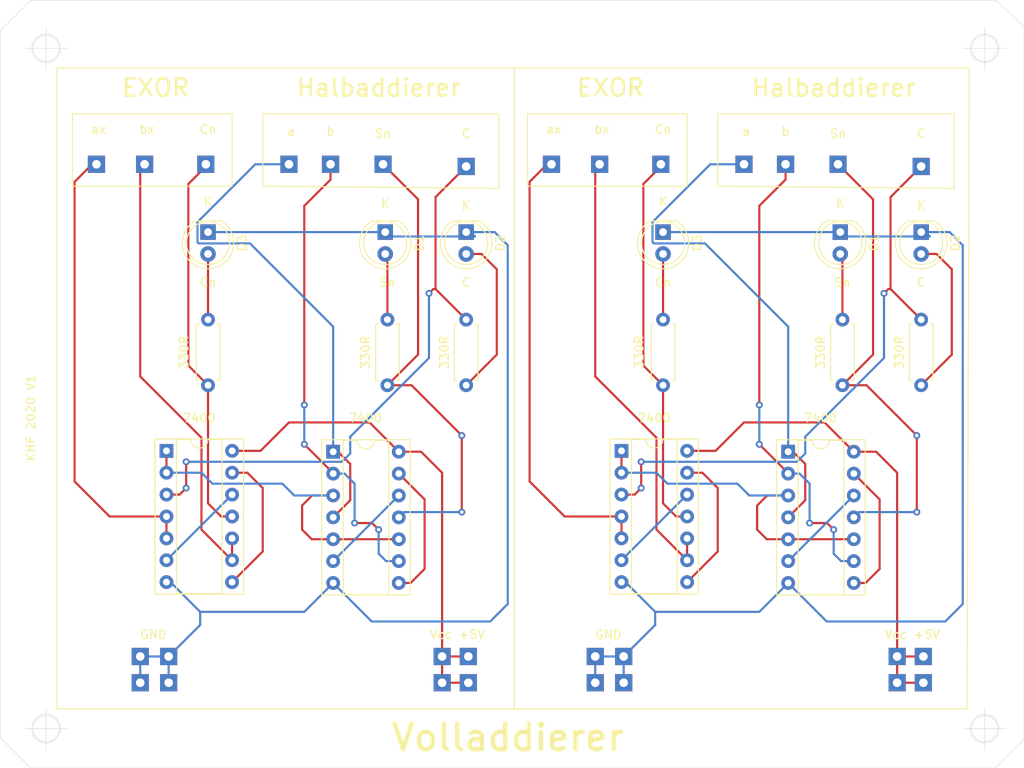
<source format=kicad_pcb>
(kicad_pcb (version 20221018) (generator pcbnew)
  (layers (0 "F.Cu" signal) (31 "B.Cu" signal) (34 "B.Paste" user) (35 "F.Paste" user) (36 "B.SilkS" user "B.Silkscreen") (37 "F.SilkS" user "F.Silkscreen") (38 "B.Mask" user) (39 "F.Mask" user) (44 "Edge.Cuts" user))
  (net 0 "")
  (net 1 "Net-(U1-Pad1)")
  (net 2 "Net-(U2-Pad1)")
  (net 3 "Net-(U3-Pad1)")
  (net 4 "Net-(U5-Pad13)")
  (net 5 "Net-(U5-Pad10)")
  (net 6 "Net-(U5-Pad12)")
  (net 7 "Net-(U6-Pad13)")
  (net 8 "Net-(U6-Pad12)")
  (net 9 "Net-(U6-Pad4)")
  (net 10 "Net-(U10-Pad1)")
  (net 11 "Net-(D1-Pad1)")
  (net 12 "Net-(D1-Pad2)")
  (net 13 "Net-(D2-Pad2)")
  (net 14 "Net-(D3-Pad2)")
  (net 15 "Net-(R1-Pad1)")
  (net 16 "Net-(R2-Pad1)")
  (net 17 "Net-(R3-Pad1)")
  (footprint "KHF_LIB:LP" (layer "F.Cu") (at 111.76 34.798)
    (fp_text reference "b" (at 0 -3.81) (layer "F.SilkS"))
    (fp_text value "LP_E")
    (pad "1" thru_hole rect (at 0 0) (size 2 2) (drill 1) (layers "*.Cu" "*.Mask"))
  )
  (footprint "KHF_LIB:LP" (layer "F.Cu") (at 127.762 91.948)
    (fp_text reference "Vcc +5V")
    (fp_text value "LP_A")
    (pad "1" thru_hole rect (at 0 0) (size 2 2) (drill 1) (layers "*.Cu" "*.Mask"))
  )
  (footprint "KHF_LIB:LP" (layer "F.Cu") (at 106.934 34.798)
    (fp_text reference "a" (at 0.254 -3.81) (layer "F.SilkS"))
    (fp_text value "LP_E")
    (pad "1" thru_hole rect (at 0 0) (size 2 2) (drill 1) (layers "*.Cu" "*.Mask"))
  )
  (footprint "KHF_LIB:LP" (layer "F.Cu") (at 127.762 94.996)
    (fp_text reference "Vcc +5V")
    (fp_text value "LP_A")
    (pad "1" thru_hole rect (at 0 0) (size 2 2) (drill 1) (layers "*.Cu" "*.Mask"))
  )
  (footprint "KHF_LIB:LP" (layer "F.Cu") (at 124.714 94.996)
    (fp_text reference "Vcc +5V")
    (fp_text value "LP_A")
    (pad "1" thru_hole rect (at 0 0) (size 2 2) (drill 1) (layers "*.Cu" "*.Mask"))
  )
  (footprint "KHF_LIB:LP" (layer "F.Cu") (at 89.662 91.948)
    (fp_text reference "GND")
    (fp_text value "LP_E")
    (pad "1" thru_hole rect (at 0 0) (size 2 2) (drill 1) (layers "*.Cu" "*.Mask"))
  )
  (footprint "KHF_LIB:LP" (layer "F.Cu") (at 89.662 94.996)
    (fp_text reference "GND")
    (fp_text value "LP_E")
    (pad "1" thru_hole rect (at 0 0) (size 2 2) (drill 1) (layers "*.Cu" "*.Mask"))
  )
  (footprint "KHF_LIB:LP" (layer "F.Cu") (at 92.964 91.948)
    (fp_text reference "GND" (at -1.778 -2.54) (layer "F.SilkS"))
    (fp_text value "LP_E")
    (pad "1" thru_hole rect (at 0 0) (size 2 2) (drill 1) (layers "*.Cu" "*.Mask"))
  )
  (footprint "KHF_LIB:LP" (layer "F.Cu") (at 92.964 94.996)
    (fp_text reference "GND")
    (fp_text value "LP_E")
    (pad "1" thru_hole rect (at 0 0) (size 2 2) (drill 1) (layers "*.Cu" "*.Mask"))
  )
  (footprint "KHF_LIB:LP" (layer "F.Cu") (at 84.582 34.798)
    (fp_text reference "ax" (at 0.254 -4.064) (layer "F.SilkS"))
    (fp_text value "LP_E")
    (pad "1" thru_hole rect (at 0 0) (size 2 2) (drill 1) (layers "*.Cu" "*.Mask"))
  )
  (footprint "LED_THT:LED_D5.0mm" (layer "F.Cu") (at 118.11 42.672 -90)
    (fp_text reference "D1" (at 1.27 -3.96 90) (layer "F.SilkS"))
    (fp_text value "LED")
    (pad "1" thru_hole rect (at 0 0 270) (size 1.8 1.8) (drill 0.9) (layers "*.Cu" "*.Mask"))
    (pad "2" thru_hole circle (at 2.54 0 270) (size 1.8 1.8) (drill 0.9) (layers "*.Cu" "*.Mask"))
  )
  (footprint "Resistor_THT:R_Axial_DIN0207_L6.3mm_D2.5mm_P7.62mm_Horizontal" (layer "F.Cu") (at 127.508 52.832 -90)
    (fp_text reference "330R" (at 3.81 2.54 90) (layer "F.SilkS"))
    (fp_text value "R")
    (pad "1" thru_hole circle (at 0 0 270) (size 1.6 1.6) (drill 0.8) (layers "*.Cu" "*.Mask"))
    (pad "2" thru_hole oval (at 7.62 0 270) (size 1.6 1.6) (drill 0.8) (layers "*.Cu" "*.Mask"))
  )
  (footprint "KHF_LIB:LP" (layer "F.Cu") (at 124.714 91.948)
    (fp_text reference "Vcc +5V" (at 1.778 -2.54) (layer "F.SilkS"))
    (fp_text value "LP_A")
    (pad "1" thru_hole rect (at 0 0) (size 2 2) (drill 1) (layers "*.Cu" "*.Mask"))
  )
  (footprint "Package_DIP:DIP-14_W7.62mm_Socket" (layer "F.Cu") (at 92.71 68.072)
    (fp_text reference "7400" (at 3.81 -3.81) (layer "F.SilkS"))
    (fp_text value "74LS00")
    (pad "1" thru_hole rect (at 0 0) (size 1.6 1.6) (drill 0.8) (layers "*.Cu" "*.Mask"))
    (pad "2" thru_hole oval (at 0 2.54) (size 1.6 1.6) (drill 0.8) (layers "*.Cu" "*.Mask"))
    (pad "3" thru_hole oval (at 0 5.08) (size 1.6 1.6) (drill 0.8) (layers "*.Cu" "*.Mask"))
    (pad "4" thru_hole oval (at 0 7.62) (size 1.6 1.6) (drill 0.8) (layers "*.Cu" "*.Mask"))
    (pad "5" thru_hole oval (at 0 10.16) (size 1.6 1.6) (drill 0.8) (layers "*.Cu" "*.Mask"))
    (pad "6" thru_hole oval (at 0 12.7) (size 1.6 1.6) (drill 0.8) (layers "*.Cu" "*.Mask"))
    (pad "7" thru_hole oval (at 0 15.24) (size 1.6 1.6) (drill 0.8) (layers "*.Cu" "*.Mask"))
    (pad "8" thru_hole oval (at 7.62 15.24) (size 1.6 1.6) (drill 0.8) (layers "*.Cu" "*.Mask"))
    (pad "9" thru_hole oval (at 7.62 12.7) (size 1.6 1.6) (drill 0.8) (layers "*.Cu" "*.Mask"))
    (pad "10" thru_hole oval (at 7.62 10.16) (size 1.6 1.6) (drill 0.8) (layers "*.Cu" "*.Mask"))
    (pad "11" thru_hole oval (at 7.62 7.62) (size 1.6 1.6) (drill 0.8) (layers "*.Cu" "*.Mask"))
    (pad "12" thru_hole oval (at 7.62 5.08) (size 1.6 1.6) (drill 0.8) (layers "*.Cu" "*.Mask"))
    (pad "13" thru_hole oval (at 7.62 2.54) (size 1.6 1.6) (drill 0.8) (layers "*.Cu" "*.Mask"))
    (pad "14" thru_hole oval (at 7.62 0) (size 1.6 1.6) (drill 0.8) (layers "*.Cu" "*.Mask"))
  )
  (footprint "Resistor_THT:R_Axial_DIN0207_L6.3mm_D2.5mm_P7.62mm_Horizontal" (layer "F.Cu") (at 97.536 60.452 90)
    (fp_text reference "330R" (at 3.81 -2.794 90) (layer "F.SilkS"))
    (fp_text value "R")
    (pad "1" thru_hole circle (at 0 0 90) (size 1.6 1.6) (drill 0.8) (layers "*.Cu" "*.Mask"))
    (pad "2" thru_hole oval (at 7.62 0 90) (size 1.6 1.6) (drill 0.8) (layers "*.Cu" "*.Mask"))
  )
  (footprint "Resistor_THT:R_Axial_DIN0207_L6.3mm_D2.5mm_P7.62mm_Horizontal" (layer "F.Cu") (at 118.364 60.452 90)
    (fp_text reference "330R" (at 3.81 -2.54 90) (layer "F.SilkS"))
    (fp_text value "R")
    (pad "1" thru_hole circle (at 0 0 90) (size 1.6 1.6) (drill 0.8) (layers "*.Cu" "*.Mask"))
    (pad "2" thru_hole oval (at 7.62 0 90) (size 1.6 1.6) (drill 0.8) (layers "*.Cu" "*.Mask"))
  )
  (footprint "Package_DIP:DIP-14_W7.62mm_Socket" (layer "F.Cu") (at 112.065001 68.173001)
    (fp_text reference "7400" (at 3.758999 -3.911001) (layer "F.SilkS"))
    (fp_text value "74LS00")
    (pad "1" thru_hole rect (at 0 0) (size 1.6 1.6) (drill 0.8) (layers "*.Cu" "*.Mask"))
    (pad "2" thru_hole oval (at 0 2.54) (size 1.6 1.6) (drill 0.8) (layers "*.Cu" "*.Mask"))
    (pad "3" thru_hole oval (at 0 5.08) (size 1.6 1.6) (drill 0.8) (layers "*.Cu" "*.Mask"))
    (pad "4" thru_hole oval (at 0 7.62) (size 1.6 1.6) (drill 0.8) (layers "*.Cu" "*.Mask"))
    (pad "5" thru_hole oval (at 0 10.16) (size 1.6 1.6) (drill 0.8) (layers "*.Cu" "*.Mask"))
    (pad "6" thru_hole oval (at 0 12.7) (size 1.6 1.6) (drill 0.8) (layers "*.Cu" "*.Mask"))
    (pad "7" thru_hole oval (at 0 15.24) (size 1.6 1.6) (drill 0.8) (layers "*.Cu" "*.Mask"))
    (pad "8" thru_hole oval (at 7.62 15.24) (size 1.6 1.6) (drill 0.8) (layers "*.Cu" "*.Mask"))
    (pad "9" thru_hole oval (at 7.62 12.7) (size 1.6 1.6) (drill 0.8) (layers "*.Cu" "*.Mask"))
    (pad "10" thru_hole oval (at 7.62 10.16) (size 1.6 1.6) (drill 0.8) (layers "*.Cu" "*.Mask"))
    (pad "11" thru_hole oval (at 7.62 7.62) (size 1.6 1.6) (drill 0.8) (layers "*.Cu" "*.Mask"))
    (pad "12" thru_hole oval (at 7.62 5.08) (size 1.6 1.6) (drill 0.8) (layers "*.Cu" "*.Mask"))
    (pad "13" thru_hole oval (at 7.62 2.54) (size 1.6 1.6) (drill 0.8) (layers "*.Cu" "*.Mask"))
    (pad "14" thru_hole oval (at 7.62 0) (size 1.6 1.6) (drill 0.8) (layers "*.Cu" "*.Mask"))
  )
  (footprint "LED_THT:LED_D5.0mm" (layer "F.Cu") (at 127.508 42.672 -90)
    (fp_text reference "D2" (at 1.27 -3.96 90) (layer "F.SilkS"))
    (fp_text value "LED")
    (pad "1" thru_hole rect (at 0 0 270) (size 1.8 1.8) (drill 0.9) (layers "*.Cu" "*.Mask"))
    (pad "2" thru_hole circle (at 2.54 0 270) (size 1.8 1.8) (drill 0.9) (layers "*.Cu" "*.Mask"))
  )
  (footprint "KHF_LIB:LP" (layer "F.Cu") (at 97.282 34.798)
    (fp_text reference "Cn" (at 0.254 -4.064) (layer "F.SilkS"))
    (fp_text value "LP_A")
    (pad "1" thru_hole rect (at 0 0) (size 2 2) (drill 1) (layers "*.Cu" "*.Mask"))
  )
  (footprint "KHF_LIB:LP" (layer "F.Cu") (at 90.17 34.798)
    (fp_text reference "bx" (at 0.254 -4.064) (layer "F.SilkS"))
    (fp_text value "LP_E")
    (pad "1" thru_hole rect (at 0 0) (size 2 2) (drill 1) (layers "*.Cu" "*.Mask"))
  )
  (footprint "KHF_LIB:LP" (layer "F.Cu") (at 127.508 35.052)
    (fp_text reference "C" (at 0 -3.81) (layer "F.SilkS"))
    (fp_text value "LP_E")
    (pad "1" thru_hole rect (at 0 0) (size 2 2) (drill 1) (layers "*.Cu" "*.Mask"))
  )
  (footprint "KHF_LIB:LP" (layer "F.Cu") (at 117.856 34.798)
    (fp_text reference "Sn" (at 0 -3.556) (layer "F.SilkS"))
    (fp_text value "LP_E")
    (pad "1" thru_hole rect (at 0 0) (size 2 2) (drill 1) (layers "*.Cu" "*.Mask"))
  )
  (footprint "LED_THT:LED_D5.0mm" (layer "F.Cu") (at 97.536 42.672 -90)
    (fp_text reference "D3" (at 1.27 -3.96 90) (layer "F.SilkS"))
    (fp_text value "LED")
    (pad "1" thru_hole rect (at 0 0 270) (size 1.8 1.8) (drill 0.9) (layers "*.Cu" "*.Mask"))
    (pad "2" thru_hole circle (at 2.54 0 270) (size 1.8 1.8) (drill 0.9) (layers "*.Cu" "*.Mask"))
  )
  (footprint "KHF_LIB:LP" (layer "F.Cu") (at 54.102 34.798)
    (fp_text reference "a" (at 0.254 -3.81) (layer "F.SilkS"))
    (fp_text value "LP_E")
    (pad "1" thru_hole rect (at 0 0) (size 2 2) (drill 1) (layers "*.Cu" "*.Mask") (net 1 "Net-(U1-Pad1)"))
  )
  (footprint "KHF_LIB:LP" (layer "F.Cu") (at 58.928 34.798)
    (fp_text reference "b" (at 0 -3.81) (layer "F.SilkS"))
    (fp_text value "LP_E")
    (pad "1" thru_hole rect (at 0 0) (size 2 2) (drill 1) (layers "*.Cu" "*.Mask") (net 2 "Net-(U2-Pad1)"))
  )
  (footprint "KHF_LIB:LP" (layer "F.Cu") (at 71.882 91.948)
    (fp_text reference "Vcc +5V" (at 1.778 -2.54) (layer "F.SilkS"))
    (fp_text value "LP_A")
    (pad "1" thru_hole rect (at 0 0) (size 2 2) (drill 1) (layers "*.Cu" "*.Mask") (net 3 "Net-(U3-Pad1)"))
  )
  (footprint "KHF_LIB:LP" (layer "F.Cu") (at 40.132 91.948)
    (fp_text reference "GND" (at -1.778 -2.54) (layer "F.SilkS"))
    (fp_text value "LP_E")
    (pad "1" thru_hole rect (at 0 0) (size 2 2) (drill 1) (layers "*.Cu" "*.Mask") (net 11 "Net-(D1-Pad1)"))
  )
  (footprint "Package_DIP:DIP-14_W7.62mm_Socket" (layer "F.Cu") (at 59.233001 68.173001)
    (fp_text reference "7400" (at 3.758999 -3.911001) (layer "F.SilkS"))
    (fp_text value "74LS00")
    (pad "1" thru_hole rect (at 0 0) (size 1.6 1.6) (drill 0.8) (layers "*.Cu" "*.Mask") (net 1 "Net-(U1-Pad1)"))
    (pad "2" thru_hole oval (at 0 2.54) (size 1.6 1.6) (drill 0.8) (layers "*.Cu" "*.Mask") (net 2 "Net-(U2-Pad1)"))
    (pad "3" thru_hole oval (at 0 5.08) (size 1.6 1.6) (drill 0.8) (layers "*.Cu" "*.Mask") (net 5 "Net-(U5-Pad10)"))
    (pad "4" thru_hole oval (at 0 7.62) (size 1.6 1.6) (drill 0.8) (layers "*.Cu" "*.Mask") (net 1 "Net-(U1-Pad1)"))
    (pad "5" thru_hole oval (at 0 10.16) (size 1.6 1.6) (drill 0.8) (layers "*.Cu" "*.Mask") (net 5 "Net-(U5-Pad10)"))
    (pad "6" thru_hole oval (at 0 12.7) (size 1.6 1.6) (drill 0.8) (layers "*.Cu" "*.Mask") (net 6 "Net-(U5-Pad12)"))
    (pad "7" thru_hole oval (at 0 15.24) (size 1.6 1.6) (drill 0.8) (layers "*.Cu" "*.Mask") (net 11 "Net-(D1-Pad1)"))
    (pad "8" thru_hole oval (at 7.62 15.24) (size 1.6 1.6) (drill 0.8) (layers "*.Cu" "*.Mask") (net 4 "Net-(U5-Pad13)"))
    (pad "9" thru_hole oval (at 7.62 12.7) (size 1.6 1.6) (drill 0.8) (layers "*.Cu" "*.Mask") (net 2 "Net-(U2-Pad1)"))
    (pad "10" thru_hole oval (at 7.62 10.16) (size 1.6 1.6) (drill 0.8) (layers "*.Cu" "*.Mask") (net 5 "Net-(U5-Pad10)"))
    (pad "11" thru_hole oval (at 7.62 7.62) (size 1.6 1.6) (drill 0.8) (layers "*.Cu" "*.Mask") (net 15 "Net-(R1-Pad1)"))
    (pad "12" thru_hole oval (at 7.62 5.08) (size 1.6 1.6) (drill 0.8) (layers "*.Cu" "*.Mask") (net 6 "Net-(U5-Pad12)"))
    (pad "13" thru_hole oval (at 7.62 2.54) (size 1.6 1.6) (drill 0.8) (layers "*.Cu" "*.Mask") (net 4 "Net-(U5-Pad13)"))
    (pad "14" thru_hole oval (at 7.62 0) (size 1.6 1.6) (drill 0.8) (layers "*.Cu" "*.Mask") (net 3 "Net-(U3-Pad1)"))
  )
  (footprint "Package_DIP:DIP-14_W7.62mm_Socket" (layer "F.Cu") (at 39.878 68.072)
    (fp_text reference "7400" (at 3.81 -3.81) (layer "F.SilkS"))
    (fp_text value "74LS00")
    (pad "1" thru_hole rect (at 0 0) (size 1.6 1.6) (drill 0.8) (layers "*.Cu" "*.Mask") (net 5 "Net-(U5-Pad10)"))
    (pad "2" thru_hole oval (at 0 2.54) (size 1.6 1.6) (drill 0.8) (layers "*.Cu" "*.Mask") (net 5 "Net-(U5-Pad10)"))
    (pad "3" thru_hole oval (at 0 5.08) (size 1.6 1.6) (drill 0.8) (layers "*.Cu" "*.Mask") (net 16 "Net-(R2-Pad1)"))
    (pad "4" thru_hole oval (at 0 7.62) (size 1.6 1.6) (drill 0.8) (layers "*.Cu" "*.Mask") (net 9 "Net-(U6-Pad4)"))
    (pad "5" thru_hole oval (at 0 10.16) (size 1.6 1.6) (drill 0.8) (layers "*.Cu" "*.Mask") (net 9 "Net-(U6-Pad4)"))
    (pad "6" thru_hole oval (at 0 12.7) (size 1.6 1.6) (drill 0.8) (layers "*.Cu" "*.Mask") (net 8 "Net-(U6-Pad12)"))
    (pad "7" thru_hole oval (at 0 15.24) (size 1.6 1.6) (drill 0.8) (layers "*.Cu" "*.Mask") (net 11 "Net-(D1-Pad1)"))
    (pad "8" thru_hole oval (at 7.62 15.24) (size 1.6 1.6) (drill 0.8) (layers "*.Cu" "*.Mask") (net 7 "Net-(U6-Pad13)"))
    (pad "9" thru_hole oval (at 7.62 12.7) (size 1.6 1.6) (drill 0.8) (layers "*.Cu" "*.Mask") (net 10 "Net-(U10-Pad1)"))
    (pad "10" thru_hole oval (at 7.62 10.16) (size 1.6 1.6) (drill 0.8) (layers "*.Cu" "*.Mask") (net 10 "Net-(U10-Pad1)"))
    (pad "11" thru_hole oval (at 7.62 7.62) (size 1.6 1.6) (drill 0.8) (layers "*.Cu" "*.Mask") (net 17 "Net-(R3-Pad1)"))
    (pad "12" thru_hole oval (at 7.62 5.08) (size 1.6 1.6) (drill 0.8) (layers "*.Cu" "*.Mask") (net 8 "Net-(U6-Pad12)"))
    (pad "13" thru_hole oval (at 7.62 2.54) (size 1.6 1.6) (drill 0.8) (layers "*.Cu" "*.Mask") (net 7 "Net-(U6-Pad13)"))
    (pad "14" thru_hole oval (at 7.62 0) (size 1.6 1.6) (drill 0.8) (layers "*.Cu" "*.Mask") (net 3 "Net-(U3-Pad1)"))
  )
  (footprint "KHF_LIB:LP" (layer "F.Cu") (at 65.024 34.798)
    (fp_text reference "Sn" (at 0 -3.556) (layer "F.SilkS"))
    (fp_text value "LP_E")
    (pad "1" thru_hole rect (at 0 0) (size 2 2) (drill 1) (layers "*.Cu" "*.Mask") (net 15 "Net-(R1-Pad1)"))
  )
  (footprint "KHF_LIB:LP" (layer "F.Cu") (at 74.676 35.052)
    (fp_text reference "C" (at 0 -3.81) (layer "F.SilkS"))
    (fp_text value "LP_E")
    (pad "1" thru_hole rect (at 0 0) (size 2 2) (drill 1) (layers "*.Cu" "*.Mask") (net 16 "Net-(R2-Pad1)"))
  )
  (footprint "KHF_LIB:LP" (layer "F.Cu") (at 31.75 34.798)
    (fp_text reference "ax" (at 0.254 -4.064) (layer "F.SilkS"))
    (fp_text value "LP_E")
    (pad "1" thru_hole rect (at 0 0) (size 2 2) (drill 1) (layers "*.Cu" "*.Mask") (net 9 "Net-(U6-Pad4)"))
  )
  (footprint "KHF_LIB:LP" (layer "F.Cu") (at 37.338 34.798)
    (fp_text reference "bx" (at 0.254 -4.064) (layer "F.SilkS"))
    (fp_text value "LP_E")
    (pad "1" thru_hole rect (at 0 0) (size 2 2) (drill 1) (layers "*.Cu" "*.Mask") (net 10 "Net-(U10-Pad1)"))
  )
  (footprint "KHF_LIB:LP" (layer "F.Cu") (at 44.45 34.798)
    (fp_text reference "Cn" (at 0.254 -4.064) (layer "F.SilkS"))
    (fp_text value "LP_A")
    (pad "1" thru_hole rect (at 0 0) (size 2 2) (drill 1) (layers "*.Cu" "*.Mask") (net 17 "Net-(R3-Pad1)"))
  )
  (footprint "KHF_LIB:LP" (layer "F.Cu") (at 74.93 91.948)
    (fp_text reference "Vcc +5V")
    (fp_text value "LP_A")
    (pad "1" thru_hole rect (at 0 0) (size 2 2) (drill 1) (layers "*.Cu" "*.Mask") (net 3 "Net-(U3-Pad1)"))
  )
  (footprint "KHF_LIB:LP" (layer "F.Cu") (at 36.83 91.948)
    (fp_text reference "GND")
    (fp_text value "LP_E")
    (pad "1" thru_hole rect (at 0 0) (size 2 2) (drill 1) (layers "*.Cu" "*.Mask") (net 11 "Net-(D1-Pad1)"))
  )
  (footprint "LED_THT:LED_D5.0mm" (layer "F.Cu") (at 65.278 42.672 -90)
    (fp_text reference "D1" (at 1.27 -3.96 90) (layer "F.SilkS"))
    (fp_text value "LED")
    (pad "1" thru_hole rect (at 0 0 270) (size 1.8 1.8) (drill 0.9) (layers "*.Cu" "*.Mask") (net 11 "Net-(D1-Pad1)"))
    (pad "2" thru_hole circle (at 2.54 0 270) (size 1.8 1.8) (drill 0.9) (layers "*.Cu" "*.Mask") (net 12 "Net-(D1-Pad2)"))
  )
  (footprint "LED_THT:LED_D5.0mm" (layer "F.Cu") (at 74.676 42.672 -90)
    (fp_text reference "D2" (at 1.27 -3.96 90) (layer "F.SilkS"))
    (fp_text value "LED")
    (pad "1" thru_hole rect (at 0 0 270) (size 1.8 1.8) (drill 0.9) (layers "*.Cu" "*.Mask") (net 11 "Net-(D1-Pad1)"))
    (pad "2" thru_hole circle (at 2.54 0 270) (size 1.8 1.8) (drill 0.9) (layers "*.Cu" "*.Mask") (net 13 "Net-(D2-Pad2)"))
  )
  (footprint "LED_THT:LED_D5.0mm" (layer "F.Cu") (at 44.704 42.672 -90)
    (fp_text reference "D3" (at 1.27 -3.96 90) (layer "F.SilkS"))
    (fp_text value "LED")
    (pad "1" thru_hole rect (at 0 0 270) (size 1.8 1.8) (drill 0.9) (layers "*.Cu" "*.Mask") (net 11 "Net-(D1-Pad1)"))
    (pad "2" thru_hole circle (at 2.54 0 270) (size 1.8 1.8) (drill 0.9) (layers "*.Cu" "*.Mask") (net 14 "Net-(D3-Pad2)"))
  )
  (footprint "Resistor_THT:R_Axial_DIN0207_L6.3mm_D2.5mm_P7.62mm_Horizontal" (layer "F.Cu") (at 65.532 60.452 90)
    (fp_text reference "330R" (at 3.81 -2.54 90) (layer "F.SilkS"))
    (fp_text value "R")
    (pad "1" thru_hole circle (at 0 0 90) (size 1.6 1.6) (drill 0.8) (layers "*.Cu" "*.Mask") (net 15 "Net-(R1-Pad1)"))
    (pad "2" thru_hole oval (at 7.62 0 90) (size 1.6 1.6) (drill 0.8) (layers "*.Cu" "*.Mask") (net 12 "Net-(D1-Pad2)"))
  )
  (footprint "Resistor_THT:R_Axial_DIN0207_L6.3mm_D2.5mm_P7.62mm_Horizontal" (layer "F.Cu") (at 74.676 52.832 -90)
    (fp_text reference "330R" (at 3.81 2.54 90) (layer "F.SilkS"))
    (fp_text value "R")
    (pad "1" thru_hole circle (at 0 0 270) (size 1.6 1.6) (drill 0.8) (layers "*.Cu" "*.Mask") (net 16 "Net-(R2-Pad1)"))
    (pad "2" thru_hole oval (at 7.62 0 270) (size 1.6 1.6) (drill 0.8) (layers "*.Cu" "*.Mask") (net 13 "Net-(D2-Pad2)"))
  )
  (footprint "Resistor_THT:R_Axial_DIN0207_L6.3mm_D2.5mm_P7.62mm_Horizontal" (layer "F.Cu") (at 44.704 60.452 90)
    (fp_text reference "330R" (at 3.81 -2.794 90) (layer "F.SilkS"))
    (fp_text value "R")
    (pad "1" thru_hole circle (at 0 0 90) (size 1.6 1.6) (drill 0.8) (layers "*.Cu" "*.Mask") (net 17 "Net-(R3-Pad1)"))
    (pad "2" thru_hole oval (at 7.62 0 90) (size 1.6 1.6) (drill 0.8) (layers "*.Cu" "*.Mask") (net 14 "Net-(D3-Pad2)"))
  )
  (footprint "KHF_LIB:LP" (layer "F.Cu") (at 36.83 94.996)
    (fp_text reference "GND")
    (fp_text value "LP_E")
    (pad "1" thru_hole rect (at 0 0) (size 2 2) (drill 1) (layers "*.Cu" "*.Mask") (net 11 "Net-(D1-Pad1)"))
  )
  (footprint "KHF_LIB:LP" (layer "F.Cu") (at 74.93 94.996)
    (fp_text reference "Vcc +5V")
    (fp_text value "LP_A")
    (pad "1" thru_hole rect (at 0 0) (size 2 2) (drill 1) (layers "*.Cu" "*.Mask") (net 3 "Net-(U3-Pad1)"))
  )
  (footprint "KHF_LIB:LP" (layer "F.Cu") (at 71.882 94.996)
    (fp_text reference "Vcc +5V")
    (fp_text value "LP_A")
    (pad "1" thru_hole rect (at 0 0) (size 2 2) (drill 1) (layers "*.Cu" "*.Mask") (net 3 "Net-(U3-Pad1)"))
  )
  (footprint "KHF_LIB:LP" (layer "F.Cu") (at 40.132 94.996)
    (fp_text reference "GND")
    (fp_text value "LP_E")
    (pad "1" thru_hole rect (at 0 0) (size 2 2) (drill 1) (layers "*.Cu" "*.Mask") (net 11 "Net-(D1-Pad1)"))
  )
  (gr_line (start 81.788 28.956) (end 100.33 28.956) (stroke (width 0.12)) (layer "F.SilkS"))
  (gr_line (start 103.886 28.956) (end 131.318 28.956) (stroke (width 0.12)) (layer "F.SilkS"))
  (gr_line (start 103.886 37.338) (end 131.318 37.592) (stroke (width 0.12)) (layer "F.SilkS"))
  (gr_line (start 100.33 37.338) (end 81.788 37.338) (stroke (width 0.12)) (layer "F.SilkS"))
  (gr_line (start 131.318 28.956) (end 131.318 37.592) (stroke (width 0.12)) (layer "F.SilkS"))
  (gr_line (start 81.788 37.338) (end 81.788 28.956) (stroke (width 0.12)) (layer "F.SilkS"))
  (gr_line (start 103.886 28.956) (end 103.886 37.338) (stroke (width 0.12)) (layer "F.SilkS"))
  (gr_line (start 100.33 28.956) (end 100.33 37.338) (stroke (width 0.12)) (layer "F.SilkS"))
  (gr_line (start 28.956 37.338) (end 28.956 28.956) (stroke (width 0.12)) (layer "F.SilkS"))
  (gr_line (start 27.178 98.044) (end 27.178 23.622) (stroke (width 0.12)) (layer "F.SilkS"))
  (gr_line (start 80.264 98.044) (end 27.178 98.044) (stroke (width 0.12)) (layer "F.SilkS"))
  (gr_line (start 51.054 37.338) (end 78.486 37.592) (stroke (width 0.12)) (layer "F.SilkS"))
  (gr_line (start 47.498 28.956) (end 47.498 37.338) (stroke (width 0.12)) (layer "F.SilkS"))
  (gr_line (start 47.498 37.338) (end 28.956 37.338) (stroke (width 0.12)) (layer "F.SilkS"))
  (gr_line (start 78.486 28.956) (end 78.486 37.592) (stroke (width 0.12)) (layer "F.SilkS"))
  (gr_line (start 28.956 28.956) (end 47.498 28.956) (stroke (width 0.12)) (layer "F.SilkS"))
  (gr_line (start 133.096 23.622) (end 132.842 98.044) (stroke (width 0.12)) (layer "F.SilkS"))
  (gr_line (start 51.054 28.956) (end 78.486 28.956) (stroke (width 0.12)) (layer "F.SilkS"))
  (gr_line (start 27.178 23.622) (end 80.772 23.622) (stroke (width 0.12)) (layer "F.SilkS"))
  (gr_line (start 132.842 98.044) (end 80.264 98.044) (stroke (width 0.12)) (layer "F.SilkS"))
  (gr_line (start 80.264 23.622) (end 80.264 98.044) (stroke (width 0.12)) (layer "F.SilkS"))
  (gr_line (start 51.054 28.956) (end 51.054 37.338) (stroke (width 0.12)) (layer "F.SilkS"))
  (gr_line (start 80.772 23.622) (end 133.096 23.622) (stroke (width 0.12)) (layer "F.SilkS"))
  (gr_line (start 20.574 101.346) (end 20.574 19.304) (stroke (width 0.05)) (layer "Edge.Cuts"))
  (gr_line (start 24.13 15.748) (end 20.574 19.304) (stroke (width 0.05)) (layer "Edge.Cuts"))
  (gr_line (start 136.144 15.748) (end 139.446 18.796) (stroke (width 0.05)) (layer "Edge.Cuts"))
  (gr_line (start 139.446 101.6) (end 136.144 104.902) (stroke (width 0.05)) (layer "Edge.Cuts"))
  (gr_circle (center 134.874 21.335838) (end 134.851723 22.859838) (stroke (width 0.05)) (fill none) (layer "Edge.Cuts"))
  (gr_circle (center 134.874162 100.33) (end 134.851885 101.854) (stroke (width 0.05)) (fill none) (layer "Edge.Cuts"))
  (gr_circle (center 25.908 100.33) (end 25.885723 101.854) (stroke (width 0.05)) (fill none) (layer "Edge.Cuts"))
  (gr_line (start 139.446 18.796) (end 139.446 101.6) (stroke (width 0.05)) (layer "Edge.Cuts"))
  (gr_line (start 136.144 104.902) (end 24.13 104.902) (stroke (width 0.05)) (layer "Edge.Cuts"))
  (gr_line (start 24.13 15.748) (end 136.144 15.748) (stroke (width 0.05)) (layer "Edge.Cuts"))
  (gr_line (start 20.574 101.346) (end 24.13 104.902) (stroke (width 0.05)) (layer "Edge.Cuts"))
  (gr_circle (center 25.908 21.336) (end 25.885723 22.86) (stroke (width 0.05)) (fill none) (layer "Edge.Cuts"))
  (gr_text "C" (at 127.508 48.514) (layer "F.SilkS") (effects (font (size 1 1))))
  (gr_text "K" (at 118.11 39.37) (layer "F.SilkS") (effects (font (size 1 1))))
  (gr_text "Sn" (at 118.364 48.514) (layer "F.SilkS") (effects (font (size 1 1))))
  (gr_text "Halbaddierer" (at 117.348 25.908) (layer "F.SilkS") (effects (font (size 2 2) (thickness 0.3))))
  (gr_text "KHF 2020 V1" (at 24.13 64.262 90) (layer "F.SilkS") (effects (font (size 1 1))))
  (gr_text "Cn" (at 97.536 48.514) (layer "F.SilkS") (effects (font (size 1 1))))
  (gr_text "K" (at 97.536 39.116) (layer "F.SilkS") (effects (font (size 1 1))))
  (gr_text "EXOR" (at 91.44 25.908) (layer "F.SilkS") (effects (font (size 2 2) (thickness 0.3))))
  (gr_text "K" (at 127.508 39.624) (layer "F.SilkS") (effects (font (size 1 1))))
  (gr_text "Cn" (at 44.704 48.514) (layer "F.SilkS") (effects (font (size 1 1))))
  (gr_text "K" (at 74.676 39.624) (layer "F.SilkS") (effects (font (size 1 1))))
  (gr_text "Halbaddierer" (at 64.516 25.908) (layer "F.SilkS") (effects (font (size 2 2) (thickness 0.3))))
  (gr_text "EXOR" (at 38.608 25.908) (layer "F.SilkS") (effects (font (size 2 2) (thickness 0.3))))
  (gr_text "Volladdierer" (at 79.502 101.346) (layer "F.SilkS") (effects (font (size 3 3) (thickness 0.5))))
  (gr_text "K" (at 65.278 39.37) (layer "F.SilkS") (effects (font (size 1 1))))
  (gr_text "K" (at 44.704 39.116) (layer "F.SilkS") (effects (font (size 1 1))))
  (gr_text "Sn" (at 65.532 48.514) (layer "F.SilkS") (effects (font (size 1 1))))
  (gr_text "C" (at 74.676 48.514) (layer "F.SilkS") (effects (font (size 1 1))))
  (target plus (at 134.874 21.336) (size 5) (width 0.05) (layer "Edge.Cuts"))
  (target plus (at 25.908 21.336) (size 5) (width 0.05) (layer "Edge.Cuts"))
  (target plus (at 134.874 100.33) (size 5) (width 0.05) (layer "Edge.Cuts"))
  (target plus (at 25.908 100.33) (size 5) (width 0.05) (layer "Edge.Cuts"))
  (segment (start 86.106 75.692) (end 92.71 75.692) (width 0.25) (layer "F.Cu") (net 0))
  (segment (start 112.065001 78.333001) (end 109.575001 78.333001) (width 0.25) (layer "F.Cu") (net 0))
  (segment (start 111.76 34.798) (end 111.76 36.576) (width 0.25) (layer "F.Cu") (net 0))
  (segment (start 84.582 34.798) (end 84.074 34.798) (width 0.25) (layer "F.Cu") (net 0))
  (segment (start 103.886 72.39) (end 103.886 79.756) (width 0.25) (layer "F.Cu") (net 0))
  (segment (start 124.714 70.612) (end 124.714 91.948) (width 0.25) (layer "F.Cu") (net 0))
  (segment (start 92.71 78.232) (end 92.71 75.692) (width 0.25) (layer "F.Cu") (net 0))
  (segment (start 92.71 68.072) (end 92.71 70.612) (width 0.25) (layer "F.Cu") (net 0))
  (segment (start 108.458 74.422) (end 108.458 77.216) (width 0.25) (layer "F.Cu") (net 0))
  (segment (start 109.626999 73.253001) (end 108.458 74.422) (width 0.25) (layer "F.Cu") (net 0))
  (segment (start 102.108 70.612) (end 103.886 72.39) (width 0.25) (layer "F.Cu") (net 0))
  (segment (start 122.682 81.788) (end 122.682 73.71) (width 0.25) (layer "F.Cu") (net 0))
  (segment (start 112.065001 70.663001) (end 112.065001 70.713001) (width 0.25) (layer "F.Cu") (net 0))
  (segment (start 96.774 77.216) (end 100.33 80.772) (width 0.25) (layer "F.Cu") (net 0))
  (segment (start 100.33 80.772) (end 100.33 78.232) (width 0.25) (layer "F.Cu") (net 0))
  (segment (start 119.685001 68.173001) (end 122.275001 68.173001) (width 0.25) (layer "F.Cu") (net 0))
  (segment (start 108.712 67.31) (end 112.065001 70.663001) (width 0.25) (layer "F.Cu") (net 0))
  (segment (start 122.682 73.71) (end 119.685001 70.713001) (width 0.25) (layer "F.Cu") (net 0))
  (segment (start 124.714 91.948) (end 124.714 94.996) (width 0.25) (layer "F.Cu") (net 0))
  (segment (start 100.33 68.072) (end 103.632 68.072) (width 0.25) (layer "F.Cu") (net 0))
  (segment (start 111.76 36.576) (end 108.712 39.624) (width 0.25) (layer "F.Cu") (net 0))
  (segment (start 103.632 68.072) (end 106.934 64.77) (width 0.25) (layer "F.Cu") (net 0))
  (segment (start 124.714 91.948) (end 127.762 91.948) (width 0.25) (layer "F.Cu") (net 0))
  (segment (start 122.275001 68.173001) (end 124.714 70.612) (width 0.25) (layer "F.Cu") (net 0))
  (segment (start 84.074 34.798) (end 82.042 36.83) (width 0.25) (layer "F.Cu") (net 0))
  (segment (start 82.042 36.83) (end 82.042 71.628) (width 0.25) (layer "F.Cu") (net 0))
  (segment (start 112.065001 73.253001) (end 109.626999 73.253001) (width 0.25) (layer "F.Cu") (net 0))
  (segment (start 103.886 79.756) (end 100.33 83.312) (width 0.25) (layer "F.Cu") (net 0))
  (segment (start 89.916 34.798) (end 89.662 35.052) (width 0.25) (layer "F.Cu") (net 0))
  (segment (start 121.056999 83.413001) (end 122.682 81.788) (width 0.25) (layer "F.Cu") (net 0))
  (segment (start 106.934 64.77) (end 116.282 64.77) (width 0.25) (layer "F.Cu") (net 0))
  (segment (start 119.685001 83.413001) (end 121.056999 83.413001) (width 0.25) (layer "F.Cu") (net 0))
  (segment (start 124.714 94.996) (end 127.762 94.996) (width 0.25) (layer "F.Cu") (net 0))
  (segment (start 90.17 34.798) (end 89.916 34.798) (width 0.25) (layer "F.Cu") (net 0))
  (segment (start 108.712 39.624) (end 108.712 62.738) (width 0.25) (layer "F.Cu") (net 0))
  (segment (start 82.042 71.628) (end 86.106 75.692) (width 0.25) (layer "F.Cu") (net 0))
  (segment (start 116.282 64.77) (end 119.685001 68.173001) (width 0.25) (layer "F.Cu") (net 0))
  (segment (start 109.575001 78.333001) (end 108.458 77.216) (width 0.25) (layer "F.Cu") (net 0))
  (segment (start 119.685001 78.333001) (end 112.065001 78.333001) (width 0.25) (layer "F.Cu") (net 0))
  (segment (start 89.662 35.052) (end 89.662 59.436) (width 0.25) (layer "F.Cu") (net 0))
  (segment (start 96.774 66.548) (end 96.774 77.216) (width 0.25) (layer "F.Cu") (net 0))
  (segment (start 100.33 70.612) (end 102.108 70.612) (width 0.25) (layer "F.Cu") (net 0))
  (segment (start 89.662 59.436) (end 96.774 66.548) (width 0.25) (layer "F.Cu") (net 0))
  (segment (start 131.064 46.99) (end 131.064 56.896) (width 0.25) (layer "F.Cu") (net 0))
  (segment (start 121.92 38.862) (end 121.92 56.896) (width 0.25) (layer "F.Cu") (net 0))
  (segment (start 118.364 60.452) (end 121.158 60.452) (width 0.25) (layer "F.Cu") (net 0))
  (segment (start 127.508 52.832) (end 123.952 49.276) (width 0.25) (layer "F.Cu") (net 0))
  (segment (start 123.952 38.608) (end 127.508 35.052) (width 0.25) (layer "F.Cu") (net 0))
  (segment (start 118.364 45.466) (end 118.11 45.212) (width 0.25) (layer "F.Cu") (net 0))
  (segment (start 92.71 73.152) (end 94.234 73.152) (width 0.25) (layer "F.Cu") (net 0))
  (segment (start 123.698 49.276) (end 123.19 49.784) (width 0.25) (layer "F.Cu") (net 0))
  (segment (start 123.952 49.276) (end 123.698 49.276) (width 0.25) (layer "F.Cu") (net 0))
  (segment (start 121.92 56.896) (end 118.364 60.452) (width 0.25) (layer "F.Cu") (net 0))
  (segment (start 97.282 34.798) (end 97.282 35.052) (width 0.25) (layer "F.Cu") (net 0))
  (segment (start 94.234 73.152) (end 94.996 72.39) (width 0.25) (layer "F.Cu") (net 0))
  (segment (start 131.064 56.896) (end 127.508 60.452) (width 0.25) (layer "F.Cu") (net 0))
  (segment (start 94.996 72.39) (end 94.996 69.342) (width 0.25) (layer "F.Cu") (net 0))
  (segment (start 97.282 35.052) (end 95.25 37.084) (width 0.25) (layer "F.Cu") (net 0))
  (segment (start 118.364 52.832) (end 118.364 45.466) (width 0.25) (layer "F.Cu") (net 0))
  (segment (start 121.158 60.452) (end 127 66.294) (width 0.25) (layer "F.Cu") (net 0))
  (segment (start 117.856 34.798) (end 121.92 38.862) (width 0.25) (layer "F.Cu") (net 0))
  (segment (start 129.286 45.212) (end 131.064 46.99) (width 0.25) (layer "F.Cu") (net 0))
  (segment (start 127 66.294) (end 127 75.184) (width 0.25) (layer "F.Cu") (net 0))
  (segment (start 127.508 45.212) (end 129.286 45.212) (width 0.25) (layer "F.Cu") (net 0))
  (segment (start 123.952 49.276) (end 123.952 38.608) (width 0.25) (layer "F.Cu") (net 0))
  (segment (start 95.25 58.166) (end 97.536 60.452) (width 0.25) (layer "F.Cu") (net 0))
  (segment (start 95.25 37.084) (end 95.25 58.166) (width 0.25) (layer "F.Cu") (net 0))
  (segment (start 97.536 60.452) (end 97.536 74.168) (width 0.25) (layer "F.Cu") (net 0))
  (segment (start 97.536 45.212) (end 97.536 52.832) (width 0.25) (layer "F.Cu") (net 0))
  (segment (start 99.06 75.692) (end 100.33 75.692) (width 0.25) (layer "F.Cu") (net 0))
  (segment (start 97.536 74.168) (end 99.06 75.692) (width 0.25) (layer "F.Cu") (net 0))
  (segment (start 114.046 73.812002) (end 112.065001 75.793001) (width 0.25) (layer "F.Cu") (net 0))
  (segment (start 112.065001 68.173001) (end 112.623001 68.173001) (width 0.25) (layer "F.Cu") (net 0))
  (segment (start 114.046 69.596) (end 114.046 73.812002) (width 0.25) (layer "F.Cu") (net 0))
  (segment (start 112.623001 68.173001) (end 114.046 69.596) (width 0.25) (layer "F.Cu") (net 0))
  (segment (start 114.554 76.454) (end 116.586 76.454) (width 0.25) (layer "F.Cu") (net 0))
  (segment (start 116.586 76.454) (end 117.348 77.216) (width 0.25) (layer "F.Cu") (net 0))
  (via (at 94.996 69.342) (size 0.8) (drill 0.4) (layers "F.Cu" "B.Cu") (net 0))
  (via (at 127 66.294) (size 0.8) (drill 0.4) (layers "F.Cu" "B.Cu") (net 0))
  (via (at 123.19 49.784) (size 0.8) (drill 0.4) (layers "F.Cu" "B.Cu") (net 0))
  (via (at 117.348 77.216) (size 0.8) (drill 0.4) (layers "F.Cu" "B.Cu") (net 0))
  (via (at 127 75.184) (size 0.8) (drill 0.4) (layers "F.Cu" "B.Cu") (net 0))
  (via (at 108.712 62.738) (size 0.8) (drill 0.4) (layers "F.Cu" "B.Cu") (net 0))
  (via (at 108.712 67.31) (size 0.8) (drill 0.4) (layers "F.Cu" "B.Cu") (net 0))
  (via (at 94.996 72.39) (size 0.8) (drill 0.4) (layers "F.Cu" "B.Cu") (net 0))
  (via (at 114.554 76.454) (size 0.8) (drill 0.4) (layers "F.Cu" "B.Cu") (net 0))
  (segment (start 118.618 43.18) (end 118.11 42.672) (width 0.25) (layer "B.Cu") (net 0))
  (segment (start 92.71 80.772) (end 100.33 73.152) (width 0.25) (layer "B.Cu") (net 0))
  (segment (start 108.712 67.31) (end 108.712 62.738) (width 0.25) (layer "B.Cu") (net 0))
  (segment (start 127.508 42.672) (end 127.762 42.418) (width 0.25) (layer "B.Cu") (net 0))
  (segment (start 127.508 42.672) (end 130.81 42.672) (width 0.25) (layer "B.Cu") (net 0))
  (segment (start 130.81 42.672) (end 132.334 44.196) (width 0.25) (layer "B.Cu") (net 0))
  (segment (start 132.334 44.196) (end 132.334 85.852) (width 0.25) (layer "B.Cu") (net 0))
  (segment (start 116.536 87.884) (end 112.065001 83.413001) (width 0.25) (layer "B.Cu") (net 0))
  (segment (start 112.065001 83.413001) (end 108.712 86.766002) (width 0.25) (layer "B.Cu") (net 0))
  (segment (start 98.044 71.882) (end 106.172 71.882) (width 0.25) (layer "B.Cu") (net 0))
  (segment (start 112.065001 80.873001) (end 119.685001 73.253001) (width 0.25) (layer "B.Cu") (net 0))
  (segment (start 127.762 42.418) (end 128.524 43.18) (width 0.25) (layer "B.Cu") (net 0))
  (segment (start 130.302 87.884) (end 116.536 87.884) (width 0.25) (layer "B.Cu") (net 0))
  (segment (start 92.71 70.612) (end 96.774 70.612) (width 0.25) (layer "B.Cu") (net 0))
  (segment (start 132.334 85.852) (end 130.302 87.884) (width 0.25) (layer "B.Cu") (net 0))
  (segment (start 108.712 86.766002) (end 96.621998 86.766002) (width 0.25) (layer "B.Cu") (net 0))
  (segment (start 128.524 43.18) (end 118.618 43.18) (width 0.25) (layer "B.Cu") (net 0))
  (segment (start 107.543001 73.253001) (end 112.065001 73.253001) (width 0.25) (layer "B.Cu") (net 0))
  (segment (start 96.774 70.612) (end 98.044 71.882) (width 0.25) (layer "B.Cu") (net 0))
  (segment (start 106.172 71.882) (end 107.543001 73.253001) (width 0.25) (layer "B.Cu") (net 0))
  (segment (start 97.536 42.672) (end 118.11 42.672) (width 0.25) (layer "B.Cu") (net 0))
  (segment (start 92.964 91.948) (end 92.964 94.996) (width 0.25) (layer "B.Cu") (net 0))
  (segment (start 93.167996 83.312) (end 92.71 83.312) (width 0.25) (layer "B.Cu") (net 0))
  (segment (start 96.621998 88.290002) (end 92.964 91.948) (width 0.25) (layer "B.Cu") (net 0))
  (segment (start 120.294002 75.184) (end 119.685001 75.793001) (width 0.25) (layer "B.Cu") (net 0))
  (segment (start 114.046 68.377004) (end 113.081004 69.342) (width 0.25) (layer "B.Cu") (net 0))
  (segment (start 123.19 57.291002) (end 114.046 66.435002) (width 0.25) (layer "B.Cu") (net 0))
  (segment (start 96.621998 86.766002) (end 93.167996 83.312) (width 0.25) (layer "B.Cu") (net 0))
  (segment (start 113.081004 69.342) (end 94.996 69.342) (width 0.25) (layer "B.Cu") (net 0))
  (segment (start 92.964 91.948) (end 89.662 91.948) (width 0.25) (layer "B.Cu") (net 0))
  (segment (start 114.046 66.435002) (end 114.046 68.377004) (width 0.25) (layer "B.Cu") (net 0))
  (segment (start 127 75.184) (end 120.294002 75.184) (width 0.25) (layer "B.Cu") (net 0))
  (segment (start 96.621998 86.766002) (end 96.621998 88.290002) (width 0.25) (layer "B.Cu") (net 0))
  (segment (start 89.662 91.948) (end 89.662 94.996) (width 0.25) (layer "B.Cu") (net 0))
  (segment (start 123.19 49.784) (end 123.19 57.291002) (width 0.25) (layer "B.Cu") (net 0))
  (segment (start 106.934 34.798) (end 103.024998 34.798) (width 0.25) (layer "B.Cu") (net 0))
  (segment (start 112.065001 53.645001) (end 112.065001 68.173001) (width 0.25) (layer "B.Cu") (net 0))
  (segment (start 118.211001 80.873001) (end 117.348 80.01) (width 0.25) (layer "B.Cu") (net 0))
  (segment (start 113.385001 70.713001) (end 112.065001 70.713001) (width 0.25) (layer "B.Cu") (net 0))
  (segment (start 96.310999 41.511999) (end 96.310999 43.832001) (width 0.25) (layer "B.Cu") (net 0))
  (segment (start 114.554 76.454) (end 114.554 71.882) (width 0.25) (layer "B.Cu") (net 0))
  (segment (start 114.554 71.882) (end 113.385001 70.713001) (width 0.25) (layer "B.Cu") (net 0))
  (segment (start 96.465997 43.986999) (end 102.406999 43.986999) (width 0.25) (layer "B.Cu") (net 0))
  (segment (start 103.024998 34.798) (end 96.310999 41.511999) (width 0.25) (layer "B.Cu") (net 0))
  (segment (start 119.685001 80.873001) (end 118.211001 80.873001) (width 0.25) (layer "B.Cu") (net 0))
  (segment (start 117.348 80.01) (end 117.348 77.216) (width 0.25) (layer "B.Cu") (net 0))
  (segment (start 96.310999 43.832001) (end 96.465997 43.986999) (width 0.25) (layer "B.Cu") (net 0))
  (segment (start 102.406999 43.986999) (end 112.065001 53.645001) (width 0.25) (layer "B.Cu") (net 0))
  (segment (start 59.791001 68.173001) (end 61.214 69.596) (width 0.25) (layer "F.Cu") (net 1))
  (segment (start 59.233001 68.173001) (end 59.791001 68.173001) (width 0.25) (layer "F.Cu") (net 1))
  (segment (start 61.214 73.812002) (end 59.233001 75.793001) (width 0.25) (layer "F.Cu") (net 1))
  (segment (start 61.214 69.596) (end 61.214 73.812002) (width 0.25) (layer "F.Cu") (net 1))
  (segment (start 59.233001 53.645001) (end 59.233001 68.173001) (width 0.25) (layer "B.Cu") (net 1))
  (segment (start 43.478999 43.832001) (end 43.633997 43.986999) (width 0.25) (layer "B.Cu") (net 1))
  (segment (start 43.633997 43.986999) (end 49.574999 43.986999) (width 0.25) (layer "B.Cu") (net 1))
  (segment (start 50.192998 34.798) (end 43.478999 41.511999) (width 0.25) (layer "B.Cu") (net 1))
  (segment (start 49.574999 43.986999) (end 59.233001 53.645001) (width 0.25) (layer "B.Cu") (net 1))
  (segment (start 54.102 34.798) (end 50.192998 34.798) (width 0.25) (layer "B.Cu") (net 1))
  (segment (start 43.478999 41.511999) (end 43.478999 43.832001) (width 0.25) (layer "B.Cu") (net 1))
  (segment (start 61.722 76.454) (end 63.754 76.454) (width 0.25) (layer "F.Cu") (net 2))
  (segment (start 63.754 76.454) (end 64.516 77.216) (width 0.25) (layer "F.Cu") (net 2))
  (segment (start 55.88 67.31) (end 59.233001 70.663001) (width 0.25) (layer "F.Cu") (net 2))
  (segment (start 58.928 36.576) (end 55.88 39.624) (width 0.25) (layer "F.Cu") (net 2))
  (segment (start 55.88 39.624) (end 55.88 62.738) (width 0.25) (layer "F.Cu") (net 2))
  (segment (start 58.928 34.798) (end 58.928 36.576) (width 0.25) (layer "F.Cu") (net 2))
  (segment (start 59.233001 70.663001) (end 59.233001 70.713001) (width 0.25) (layer "F.Cu") (net 2))
  (via (at 55.88 67.31) (size 0.8) (drill 0.4) (layers "F.Cu" "B.Cu") (net 2))
  (via (at 61.722 76.454) (size 0.8) (drill 0.4) (layers "F.Cu" "B.Cu") (net 2))
  (via (at 55.88 62.738) (size 0.8) (drill 0.4) (layers "F.Cu" "B.Cu") (net 2))
  (via (at 64.516 77.216) (size 0.8) (drill 0.4) (layers "F.Cu" "B.Cu") (net 2))
  (segment (start 55.88 67.31) (end 55.88 62.738) (width 0.25) (layer "B.Cu") (net 2))
  (segment (start 61.722 76.454) (end 61.722 71.882) (width 0.25) (layer "B.Cu") (net 2))
  (segment (start 64.516 80.01) (end 64.516 77.216) (width 0.25) (layer "B.Cu") (net 2))
  (segment (start 66.853001 80.873001) (end 65.379001 80.873001) (width 0.25) (layer "B.Cu") (net 2))
  (segment (start 60.553001 70.713001) (end 59.233001 70.713001) (width 0.25) (layer "B.Cu") (net 2))
  (segment (start 61.722 71.882) (end 60.553001 70.713001) (width 0.25) (layer "B.Cu") (net 2))
  (segment (start 65.379001 80.873001) (end 64.516 80.01) (width 0.25) (layer "B.Cu") (net 2))
  (segment (start 66.853001 68.173001) (end 69.443001 68.173001) (width 0.25) (layer "F.Cu") (net 3))
  (segment (start 71.882 70.612) (end 71.882 91.948) (width 0.25) (layer "F.Cu") (net 3))
  (segment (start 63.45 64.77) (end 66.853001 68.173001) (width 0.25) (layer "F.Cu") (net 3))
  (segment (start 71.882 91.948) (end 74.93 91.948) (width 0.25) (layer "F.Cu") (net 3))
  (segment (start 71.882 91.948) (end 71.882 94.996) (width 0.25) (layer "F.Cu") (net 3))
  (segment (start 71.882 94.996) (end 74.93 94.996) (width 0.25) (layer "F.Cu") (net 3))
  (segment (start 69.443001 68.173001) (end 71.882 70.612) (width 0.25) (layer "F.Cu") (net 3))
  (segment (start 47.498 68.072) (end 50.8 68.072) (width 0.25) (layer "F.Cu") (net 3))
  (segment (start 54.102 64.77) (end 63.45 64.77) (width 0.25) (layer "F.Cu") (net 3))
  (segment (start 50.8 68.072) (end 54.102 64.77) (width 0.25) (layer "F.Cu") (net 3))
  (segment (start 69.85 81.788) (end 69.85 73.71) (width 0.25) (layer "F.Cu") (net 4))
  (segment (start 66.853001 83.413001) (end 68.224999 83.413001) (width 0.25) (layer "F.Cu") (net 4))
  (segment (start 68.224999 83.413001) (end 69.85 81.788) (width 0.25) (layer "F.Cu") (net 4))
  (segment (start 69.85 73.71) (end 66.853001 70.713001) (width 0.25) (layer "F.Cu") (net 4))
  (segment (start 59.233001 73.253001) (end 56.794999 73.253001) (width 0.25) (layer "F.Cu") (net 5))
  (segment (start 56.743001 78.333001) (end 55.626 77.216) (width 0.25) (layer "F.Cu") (net 5))
  (segment (start 39.878 68.072) (end 39.878 70.612) (width 0.25) (layer "F.Cu") (net 5))
  (segment (start 55.626 74.422) (end 55.626 77.216) (width 0.25) (layer "F.Cu") (net 5))
  (segment (start 56.794999 73.253001) (end 55.626 74.422) (width 0.25) (layer "F.Cu") (net 5))
  (segment (start 66.853001 78.333001) (end 59.233001 78.333001) (width 0.25) (layer "F.Cu") (net 5))
  (segment (start 59.233001 78.333001) (end 56.743001 78.333001) (width 0.25) (layer "F.Cu") (net 5))
  (segment (start 53.34 71.882) (end 54.711001 73.253001) (width 0.25) (layer "B.Cu") (net 5))
  (segment (start 54.711001 73.253001) (end 59.233001 73.253001) (width 0.25) (layer "B.Cu") (net 5))
  (segment (start 39.878 70.612) (end 43.942 70.612) (width 0.25) (layer "B.Cu") (net 5))
  (segment (start 43.942 70.612) (end 45.212 71.882) (width 0.25) (layer "B.Cu") (net 5))
  (segment (start 45.212 71.882) (end 53.34 71.882) (width 0.25) (layer "B.Cu") (net 5))
  (segment (start 59.233001 80.873001) (end 66.853001 73.253001) (width 0.25) (layer "B.Cu") (net 6))
  (segment (start 51.054 79.756) (end 47.498 83.312) (width 0.25) (layer "F.Cu") (net 7))
  (segment (start 49.276 70.612) (end 51.054 72.39) (width 0.25) (layer "F.Cu") (net 7))
  (segment (start 51.054 72.39) (end 51.054 79.756) (width 0.25) (layer "F.Cu") (net 7))
  (segment (start 47.498 70.612) (end 49.276 70.612) (width 0.25) (layer "F.Cu") (net 7))
  (segment (start 39.878 80.772) (end 47.498 73.152) (width 0.25) (layer "B.Cu") (net 8))
  (segment (start 31.75 34.798) (end 31.242 34.798) (width 0.25) (layer "F.Cu") (net 9))
  (segment (start 39.878 78.232) (end 39.878 75.692) (width 0.25) (layer "F.Cu") (net 9))
  (segment (start 33.274 75.692) (end 39.878 75.692) (width 0.25) (layer "F.Cu") (net 9))
  (segment (start 29.21 36.83) (end 29.21 71.628) (width 0.25) (layer "F.Cu") (net 9))
  (segment (start 29.21 71.628) (end 33.274 75.692) (width 0.25) (layer "F.Cu") (net 9))
  (segment (start 31.242 34.798) (end 29.21 36.83) (width 0.25) (layer "F.Cu") (net 9))
  (segment (start 43.942 77.216) (end 47.498 80.772) (width 0.25) (layer "F.Cu") (net 10))
  (segment (start 47.498 80.772) (end 47.498 78.232) (width 0.25) (layer "F.Cu") (net 10))
  (segment (start 37.084 34.798) (end 36.83 35.052) (width 0.25) (layer "F.Cu") (net 10))
  (segment (start 37.338 34.798) (end 37.084 34.798) (width 0.25) (layer "F.Cu") (net 10))
  (segment (start 43.942 66.548) (end 43.942 77.216) (width 0.25) (layer "F.Cu") (net 10))
  (segment (start 36.83 35.052) (end 36.83 59.436) (width 0.25) (layer "F.Cu") (net 10))
  (segment (start 36.83 59.436) (end 43.942 66.548) (width 0.25) (layer "F.Cu") (net 10))
  (segment (start 40.132 91.948) (end 36.83 91.948) (width 0.25) (layer "B.Cu") (net 11))
  (segment (start 43.789998 88.290002) (end 40.132 91.948) (width 0.25) (layer "B.Cu") (net 11))
  (segment (start 36.83 91.948) (end 36.83 94.996) (width 0.25) (layer "B.Cu") (net 11))
  (segment (start 74.676 42.672) (end 74.93 42.418) (width 0.25) (layer "B.Cu") (net 11))
  (segment (start 79.502 44.196) (end 79.502 85.852) (width 0.25) (layer "B.Cu") (net 11))
  (segment (start 79.502 85.852) (end 77.47 87.884) (width 0.25) (layer "B.Cu") (net 11))
  (segment (start 43.789998 86.766002) (end 40.335996 83.312) (width 0.25) (layer "B.Cu") (net 11))
  (segment (start 59.233001 83.413001) (end 55.88 86.766002) (width 0.25) (layer "B.Cu") (net 11))
  (segment (start 40.132 91.948) (end 40.132 94.996) (width 0.25) (layer "B.Cu") (net 11))
  (segment (start 74.676 42.672) (end 77.978 42.672) (width 0.25) (layer "B.Cu") (net 11))
  (segment (start 43.789998 86.766002) (end 43.789998 88.290002) (width 0.25) (layer "B.Cu") (net 11))
  (segment (start 74.93 42.418) (end 75.692 43.18) (width 0.25) (layer "B.Cu") (net 11))
  (segment (start 75.692 43.18) (end 65.786 43.18) (width 0.25) (layer "B.Cu") (net 11))
  (segment (start 77.47 87.884) (end 63.704 87.884) (width 0.25) (layer "B.Cu") (net 11))
  (segment (start 77.978 42.672) (end 79.502 44.196) (width 0.25) (layer "B.Cu") (net 11))
  (segment (start 44.704 42.672) (end 65.278 42.672) (width 0.25) (layer "B.Cu") (net 11))
  (segment (start 40.335996 83.312) (end 39.878 83.312) (width 0.25) (layer "B.Cu") (net 11))
  (segment (start 55.88 86.766002) (end 43.789998 86.766002) (width 0.25) (layer "B.Cu") (net 11))
  (segment (start 65.786 43.18) (end 65.278 42.672) (width 0.25) (layer "B.Cu") (net 11))
  (segment (start 63.704 87.884) (end 59.233001 83.413001) (width 0.25) (layer "B.Cu") (net 11))
  (segment (start 65.532 45.466) (end 65.278 45.212) (width 0.25) (layer "F.Cu") (net 12))
  (segment (start 65.532 52.832) (end 65.532 45.466) (width 0.25) (layer "F.Cu") (net 12))
  (segment (start 78.232 46.99) (end 78.232 56.896) (width 0.25) (layer "F.Cu") (net 13))
  (segment (start 76.454 45.212) (end 78.232 46.99) (width 0.25) (layer "F.Cu") (net 13))
  (segment (start 78.232 56.896) (end 74.676 60.452) (width 0.25) (layer "F.Cu") (net 13))
  (segment (start 74.676 45.212) (end 76.454 45.212) (width 0.25) (layer "F.Cu") (net 13))
  (segment (start 44.704 45.212) (end 44.704 52.832) (width 0.25) (layer "F.Cu") (net 14))
  (segment (start 65.024 34.798) (end 69.088 38.862) (width 0.25) (layer "F.Cu") (net 15))
  (segment (start 69.088 38.862) (end 69.088 56.896) (width 0.25) (layer "F.Cu") (net 15))
  (segment (start 65.532 60.452) (end 68.326 60.452) (width 0.25) (layer "F.Cu") (net 15))
  (segment (start 69.088 56.896) (end 65.532 60.452) (width 0.25) (layer "F.Cu") (net 15))
  (segment (start 68.326 60.452) (end 74.168 66.294) (width 0.25) (layer "F.Cu") (net 15))
  (segment (start 74.168 66.294) (end 74.168 75.184) (width 0.25) (layer "F.Cu") (net 15))
  (via (at 74.168 66.294) (size 0.8) (drill 0.4) (layers "F.Cu" "B.Cu") (net 15))
  (via (at 74.168 75.184) (size 0.8) (drill 0.4) (layers "F.Cu" "B.Cu") (net 15))
  (segment (start 67.462002 75.184) (end 66.853001 75.793001) (width 0.25) (layer "B.Cu") (net 15))
  (segment (start 74.168 75.184) (end 67.462002 75.184) (width 0.25) (layer "B.Cu") (net 15))
  (segment (start 39.878 73.152) (end 41.402 73.152) (width 0.25) (layer "F.Cu") (net 16))
  (segment (start 71.12 49.276) (end 70.866 49.276) (width 0.25) (layer "F.Cu") (net 16))
  (segment (start 70.866 49.276) (end 70.358 49.784) (width 0.25) (layer "F.Cu") (net 16))
  (segment (start 42.164 72.39) (end 42.164 69.342) (width 0.25) (layer "F.Cu") (net 16))
  (segment (start 41.402 73.152) (end 42.164 72.39) (width 0.25) (layer "F.Cu") (net 16))
  (segment (start 71.12 38.608) (end 74.676 35.052) (width 0.25) (layer "F.Cu") (net 16))
  (segment (start 71.12 49.276) (end 71.12 38.608) (width 0.25) (layer "F.Cu") (net 16))
  (segment (start 74.676 52.832) (end 71.12 49.276) (width 0.25) (layer "F.Cu") (net 16))
  (via (at 42.164 69.342) (size 0.8) (drill 0.4) (layers "F.Cu" "B.Cu") (net 16))
  (via (at 70.358 49.784) (size 0.8) (drill 0.4) (layers "F.Cu" "B.Cu") (net 16))
  (via (at 42.164 72.39) (size 0.8) (drill 0.4) (layers "F.Cu" "B.Cu") (net 16))
  (segment (start 61.214 66.435002) (end 61.214 68.377004) (width 0.25) (layer "B.Cu") (net 16))
  (segment (start 60.249004 69.342) (end 42.164 69.342) (width 0.25) (layer "B.Cu") (net 16))
  (segment (start 70.358 49.784) (end 70.358 57.291002) (width 0.25) (layer "B.Cu") (net 16))
  (segment (start 61.214 68.377004) (end 60.249004 69.342) (width 0.25) (layer "B.Cu") (net 16))
  (segment (start 70.358 57.291002) (end 61.214 66.435002) (width 0.25) (layer "B.Cu") (net 16))
  (segment (start 44.45 34.798) (end 44.45 35.052) (width 0.25) (layer "F.Cu") (net 17))
  (segment (start 44.704 74.168) (end 46.228 75.692) (width 0.25) (layer "F.Cu") (net 17))
  (segment (start 46.228 75.692) (end 47.498 75.692) (width 0.25) (layer "F.Cu") (net 17))
  (segment (start 44.45 35.052) (end 42.418 37.084) (width 0.25) (layer "F.Cu") (net 17))
  (segment (start 44.704 60.452) (end 44.704 74.168) (width 0.25) (layer "F.Cu") (net 17))
  (segment (start 42.418 37.084) (end 42.418 58.166) (width 0.25) (layer "F.Cu") (net 17))
  (segment (start 42.418 58.166) (end 44.704 60.452) (width 0.25) (layer "F.Cu") (net 17))
)
</source>
